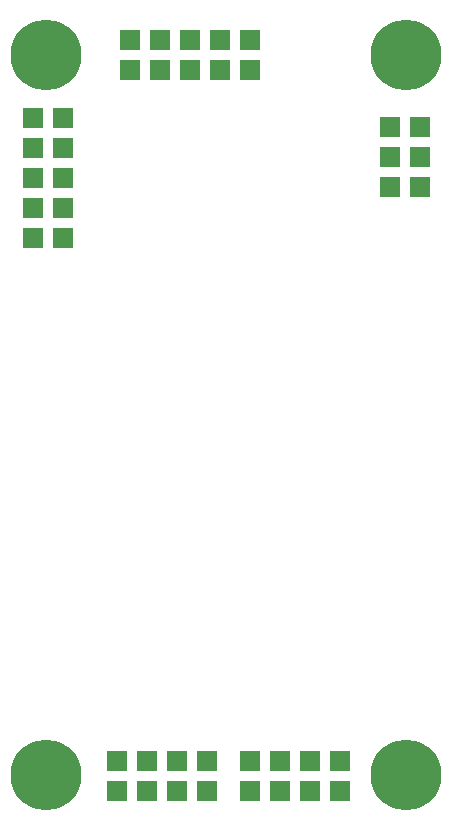
<source format=gbr>
G04 #@! TF.FileFunction,Soldermask,Top*
%FSLAX46Y46*%
G04 Gerber Fmt 4.6, Leading zero omitted, Abs format (unit mm)*
G04 Created by KiCad (PCBNEW 0.201503110816+5502~22~ubuntu14.04.1-product) date St 11. březen 2015, 23:45:28 CET*
%MOMM*%
G01*
G04 APERTURE LIST*
%ADD10C,0.100000*%
%ADD11R,1.651000X1.651000*%
%ADD12C,6.000000*%
G04 APERTURE END LIST*
D10*
D11*
X58820253Y-85714615D03*
X58820253Y-83174615D03*
X53740253Y-85714615D03*
X56280253Y-85714615D03*
X61360253Y-85714615D03*
X61360253Y-83174615D03*
X56280253Y-83174615D03*
X53740253Y-83174615D03*
X47517253Y-85714615D03*
X47517253Y-83174615D03*
X42437253Y-85714615D03*
X44977253Y-85714615D03*
X50057253Y-85714615D03*
X50057253Y-83174615D03*
X44977253Y-83174615D03*
X42437253Y-83174615D03*
X65551253Y-29453615D03*
X65551253Y-31993615D03*
X65551253Y-34533615D03*
X68091253Y-34533615D03*
X68091253Y-31993615D03*
X68091253Y-29453615D03*
X37865253Y-33771615D03*
X35325253Y-33771615D03*
X37865253Y-38851615D03*
X37865253Y-36311615D03*
X37865253Y-31231615D03*
X35325253Y-31231615D03*
X35325253Y-36311615D03*
X35325253Y-38851615D03*
X51200253Y-24627615D03*
X43580253Y-22087615D03*
X48660253Y-22087615D03*
X43580253Y-24627615D03*
X53740253Y-22087615D03*
X51200253Y-22087615D03*
X46120253Y-22087615D03*
X53740253Y-24627615D03*
X46120253Y-24627615D03*
X48660253Y-24627615D03*
D12*
X36468253Y-23357615D03*
X66948253Y-23357615D03*
X66948253Y-84317615D03*
X36468253Y-84317615D03*
D11*
X37865253Y-28691615D03*
X35325253Y-28691615D03*
M02*

</source>
